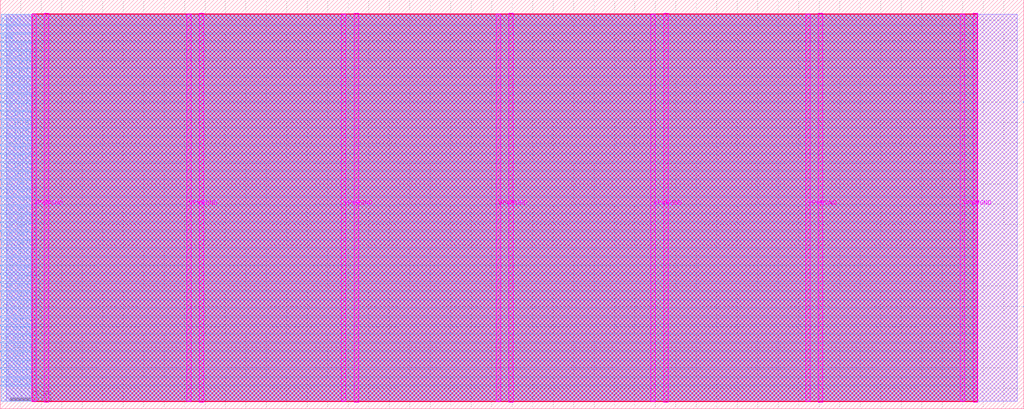
<source format=lef>
VERSION 5.7 ;
  NOWIREEXTENSIONATPIN ON ;
  DIVIDERCHAR "/" ;
  BUSBITCHARS "[]" ;
MACRO heichips25_template
  CLASS BLOCK ;
  FOREIGN heichips25_template ;
  ORIGIN 0.000 0.000 ;
  SIZE 500.000 BY 200.000 ;
  PIN VGND
    DIRECTION INOUT ;
    USE GROUND ;
    PORT
      LAYER TopMetal1 ;
        RECT 21.580 3.150 23.780 193.410 ;
    END
    PORT
      LAYER TopMetal1 ;
        RECT 97.180 3.150 99.380 193.410 ;
    END
    PORT
      LAYER TopMetal1 ;
        RECT 172.780 3.150 174.980 193.410 ;
    END
    PORT
      LAYER TopMetal1 ;
        RECT 248.380 3.150 250.580 193.410 ;
    END
    PORT
      LAYER TopMetal1 ;
        RECT 323.980 3.150 326.180 193.410 ;
    END
    PORT
      LAYER TopMetal1 ;
        RECT 399.580 3.150 401.780 193.410 ;
    END
    PORT
      LAYER TopMetal1 ;
        RECT 475.180 3.150 477.380 193.410 ;
    END
  END VGND
  PIN VPWR
    DIRECTION INOUT ;
    USE POWER ;
    PORT
      LAYER TopMetal1 ;
        RECT 15.380 3.560 17.580 193.000 ;
    END
    PORT
      LAYER TopMetal1 ;
        RECT 90.980 3.560 93.180 193.000 ;
    END
    PORT
      LAYER TopMetal1 ;
        RECT 166.580 3.560 168.780 193.000 ;
    END
    PORT
      LAYER TopMetal1 ;
        RECT 242.180 3.560 244.380 193.000 ;
    END
    PORT
      LAYER TopMetal1 ;
        RECT 317.780 3.560 319.980 193.000 ;
    END
    PORT
      LAYER TopMetal1 ;
        RECT 393.380 3.560 395.580 193.000 ;
    END
    PORT
      LAYER TopMetal1 ;
        RECT 468.980 3.560 471.180 193.000 ;
    END
  END VPWR
  PIN clk
    DIRECTION INPUT ;
    USE SIGNAL ;
    PORT
      LAYER Metal3 ;
        RECT 0.000 183.340 0.400 183.740 ;
    END
  END clk
  PIN ena
    DIRECTION INPUT ;
    USE SIGNAL ;
    PORT
      LAYER Metal3 ;
        RECT 0.000 179.140 0.400 179.540 ;
    END
  END ena
  PIN i_in
    DIRECTION INOUT ;
    USE SIGNAL ;
    PORT
      LAYER Metal3 ;
        RECT 499.600 49.780 500.000 50.180 ;
    END
  END i_in
  PIN i_out
    DIRECTION INOUT ;
    USE SIGNAL ;
    PORT
      LAYER Metal3 ;
        RECT 499.600 149.740 500.000 150.140 ;
    END
  END i_out
  PIN rst_n
    DIRECTION INPUT ;
    USE SIGNAL ;
    PORT
      LAYER Metal3 ;
        RECT 0.000 187.540 0.400 187.940 ;
    END
  END rst_n
  PIN ui_in[0]
    DIRECTION INPUT ;
    USE SIGNAL ;
    PORT
      LAYER Metal3 ;
        RECT 0.000 111.940 0.400 112.340 ;
    END
  END ui_in[0]
  PIN ui_in[1]
    DIRECTION INPUT ;
    USE SIGNAL ;
    PORT
      LAYER Metal3 ;
        RECT 0.000 116.140 0.400 116.540 ;
    END
  END ui_in[1]
  PIN ui_in[2]
    DIRECTION INPUT ;
    USE SIGNAL ;
    PORT
      LAYER Metal3 ;
        RECT 0.000 120.340 0.400 120.740 ;
    END
  END ui_in[2]
  PIN ui_in[3]
    DIRECTION INPUT ;
    USE SIGNAL ;
    PORT
      LAYER Metal3 ;
        RECT 0.000 124.540 0.400 124.940 ;
    END
  END ui_in[3]
  PIN ui_in[4]
    DIRECTION INPUT ;
    USE SIGNAL ;
    PORT
      LAYER Metal3 ;
        RECT 0.000 128.740 0.400 129.140 ;
    END
  END ui_in[4]
  PIN ui_in[5]
    DIRECTION INPUT ;
    USE SIGNAL ;
    PORT
      LAYER Metal3 ;
        RECT 0.000 132.940 0.400 133.340 ;
    END
  END ui_in[5]
  PIN ui_in[6]
    DIRECTION INPUT ;
    USE SIGNAL ;
    PORT
      LAYER Metal3 ;
        RECT 0.000 137.140 0.400 137.540 ;
    END
  END ui_in[6]
  PIN ui_in[7]
    DIRECTION INPUT ;
    USE SIGNAL ;
    PORT
      LAYER Metal3 ;
        RECT 0.000 141.340 0.400 141.740 ;
    END
  END ui_in[7]
  PIN uio_in[0]
    DIRECTION INPUT ;
    USE SIGNAL ;
    PORT
      LAYER Metal3 ;
        RECT 0.000 145.540 0.400 145.940 ;
    END
  END uio_in[0]
  PIN uio_in[1]
    DIRECTION INPUT ;
    USE SIGNAL ;
    PORT
      LAYER Metal3 ;
        RECT 0.000 149.740 0.400 150.140 ;
    END
  END uio_in[1]
  PIN uio_in[2]
    DIRECTION INPUT ;
    USE SIGNAL ;
    PORT
      LAYER Metal3 ;
        RECT 0.000 153.940 0.400 154.340 ;
    END
  END uio_in[2]
  PIN uio_in[3]
    DIRECTION INPUT ;
    USE SIGNAL ;
    PORT
      LAYER Metal3 ;
        RECT 0.000 158.140 0.400 158.540 ;
    END
  END uio_in[3]
  PIN uio_in[4]
    DIRECTION INPUT ;
    USE SIGNAL ;
    PORT
      LAYER Metal3 ;
        RECT 0.000 162.340 0.400 162.740 ;
    END
  END uio_in[4]
  PIN uio_in[5]
    DIRECTION INPUT ;
    USE SIGNAL ;
    PORT
      LAYER Metal3 ;
        RECT 0.000 166.540 0.400 166.940 ;
    END
  END uio_in[5]
  PIN uio_in[6]
    DIRECTION INPUT ;
    USE SIGNAL ;
    PORT
      LAYER Metal3 ;
        RECT 0.000 170.740 0.400 171.140 ;
    END
  END uio_in[6]
  PIN uio_in[7]
    DIRECTION INPUT ;
    USE SIGNAL ;
    PORT
      LAYER Metal3 ;
        RECT 0.000 174.940 0.400 175.340 ;
    END
  END uio_in[7]
  PIN uio_oe[0]
    DIRECTION OUTPUT ;
    USE SIGNAL ;
    ANTENNADIFFAREA 0.299200 ;
    PORT
      LAYER Metal3 ;
        RECT 0.000 78.340 0.400 78.740 ;
    END
  END uio_oe[0]
  PIN uio_oe[1]
    DIRECTION OUTPUT ;
    USE SIGNAL ;
    ANTENNADIFFAREA 0.299200 ;
    PORT
      LAYER Metal3 ;
        RECT 0.000 82.540 0.400 82.940 ;
    END
  END uio_oe[1]
  PIN uio_oe[2]
    DIRECTION OUTPUT ;
    USE SIGNAL ;
    ANTENNADIFFAREA 0.299200 ;
    PORT
      LAYER Metal3 ;
        RECT 0.000 86.740 0.400 87.140 ;
    END
  END uio_oe[2]
  PIN uio_oe[3]
    DIRECTION OUTPUT ;
    USE SIGNAL ;
    ANTENNADIFFAREA 0.299200 ;
    PORT
      LAYER Metal3 ;
        RECT 0.000 90.940 0.400 91.340 ;
    END
  END uio_oe[3]
  PIN uio_oe[4]
    DIRECTION OUTPUT ;
    USE SIGNAL ;
    ANTENNADIFFAREA 0.299200 ;
    PORT
      LAYER Metal3 ;
        RECT 0.000 95.140 0.400 95.540 ;
    END
  END uio_oe[4]
  PIN uio_oe[5]
    DIRECTION OUTPUT ;
    USE SIGNAL ;
    ANTENNADIFFAREA 0.299200 ;
    PORT
      LAYER Metal3 ;
        RECT 0.000 99.340 0.400 99.740 ;
    END
  END uio_oe[5]
  PIN uio_oe[6]
    DIRECTION OUTPUT ;
    USE SIGNAL ;
    ANTENNADIFFAREA 0.299200 ;
    PORT
      LAYER Metal3 ;
        RECT 0.000 103.540 0.400 103.940 ;
    END
  END uio_oe[6]
  PIN uio_oe[7]
    DIRECTION OUTPUT ;
    USE SIGNAL ;
    ANTENNADIFFAREA 0.299200 ;
    PORT
      LAYER Metal3 ;
        RECT 0.000 107.740 0.400 108.140 ;
    END
  END uio_oe[7]
  PIN uio_out[0]
    DIRECTION OUTPUT ;
    USE SIGNAL ;
    ANTENNADIFFAREA 0.299200 ;
    PORT
      LAYER Metal3 ;
        RECT 0.000 44.740 0.400 45.140 ;
    END
  END uio_out[0]
  PIN uio_out[1]
    DIRECTION OUTPUT ;
    USE SIGNAL ;
    ANTENNADIFFAREA 0.299200 ;
    PORT
      LAYER Metal3 ;
        RECT 0.000 48.940 0.400 49.340 ;
    END
  END uio_out[1]
  PIN uio_out[2]
    DIRECTION OUTPUT ;
    USE SIGNAL ;
    ANTENNADIFFAREA 0.299200 ;
    PORT
      LAYER Metal3 ;
        RECT 0.000 53.140 0.400 53.540 ;
    END
  END uio_out[2]
  PIN uio_out[3]
    DIRECTION OUTPUT ;
    USE SIGNAL ;
    ANTENNADIFFAREA 0.299200 ;
    PORT
      LAYER Metal3 ;
        RECT 0.000 57.340 0.400 57.740 ;
    END
  END uio_out[3]
  PIN uio_out[4]
    DIRECTION OUTPUT ;
    USE SIGNAL ;
    ANTENNADIFFAREA 0.299200 ;
    PORT
      LAYER Metal3 ;
        RECT 0.000 61.540 0.400 61.940 ;
    END
  END uio_out[4]
  PIN uio_out[5]
    DIRECTION OUTPUT ;
    USE SIGNAL ;
    ANTENNADIFFAREA 0.299200 ;
    PORT
      LAYER Metal3 ;
        RECT 0.000 65.740 0.400 66.140 ;
    END
  END uio_out[5]
  PIN uio_out[6]
    DIRECTION OUTPUT ;
    USE SIGNAL ;
    ANTENNADIFFAREA 0.299200 ;
    PORT
      LAYER Metal3 ;
        RECT 0.000 69.940 0.400 70.340 ;
    END
  END uio_out[6]
  PIN uio_out[7]
    DIRECTION OUTPUT ;
    USE SIGNAL ;
    ANTENNADIFFAREA 0.299200 ;
    PORT
      LAYER Metal3 ;
        RECT 0.000 74.140 0.400 74.540 ;
    END
  END uio_out[7]
  PIN uo_out[0]
    DIRECTION OUTPUT ;
    USE SIGNAL ;
    ANTENNADIFFAREA 0.299200 ;
    PORT
      LAYER Metal3 ;
        RECT 0.000 11.140 0.400 11.540 ;
    END
  END uo_out[0]
  PIN uo_out[1]
    DIRECTION OUTPUT ;
    USE SIGNAL ;
    ANTENNADIFFAREA 0.299200 ;
    PORT
      LAYER Metal3 ;
        RECT 0.000 15.340 0.400 15.740 ;
    END
  END uo_out[1]
  PIN uo_out[2]
    DIRECTION OUTPUT ;
    USE SIGNAL ;
    ANTENNADIFFAREA 0.299200 ;
    PORT
      LAYER Metal3 ;
        RECT 0.000 19.540 0.400 19.940 ;
    END
  END uo_out[2]
  PIN uo_out[3]
    DIRECTION OUTPUT ;
    USE SIGNAL ;
    ANTENNADIFFAREA 0.299200 ;
    PORT
      LAYER Metal3 ;
        RECT 0.000 23.740 0.400 24.140 ;
    END
  END uo_out[3]
  PIN uo_out[4]
    DIRECTION OUTPUT ;
    USE SIGNAL ;
    ANTENNADIFFAREA 0.299200 ;
    PORT
      LAYER Metal3 ;
        RECT 0.000 27.940 0.400 28.340 ;
    END
  END uo_out[4]
  PIN uo_out[5]
    DIRECTION OUTPUT ;
    USE SIGNAL ;
    ANTENNADIFFAREA 0.299200 ;
    PORT
      LAYER Metal3 ;
        RECT 0.000 32.140 0.400 32.540 ;
    END
  END uo_out[5]
  PIN uo_out[6]
    DIRECTION OUTPUT ;
    USE SIGNAL ;
    ANTENNADIFFAREA 0.299200 ;
    PORT
      LAYER Metal3 ;
        RECT 0.000 36.340 0.400 36.740 ;
    END
  END uo_out[6]
  PIN uo_out[7]
    DIRECTION OUTPUT ;
    USE SIGNAL ;
    ANTENNADIFFAREA 0.299200 ;
    PORT
      LAYER Metal3 ;
        RECT 0.000 40.540 0.400 40.940 ;
    END
  END uo_out[7]
  OBS
      LAYER GatPoly ;
        RECT 2.880 3.630 496.800 192.930 ;
      LAYER Metal1 ;
        RECT 2.880 3.560 496.800 193.000 ;
      LAYER Metal2 ;
        RECT 0.375 3.635 477.200 192.925 ;
      LAYER Metal3 ;
        RECT 0.400 188.150 477.245 192.880 ;
        RECT 0.610 187.330 477.245 188.150 ;
        RECT 0.400 183.950 477.245 187.330 ;
        RECT 0.610 183.130 477.245 183.950 ;
        RECT 0.400 179.750 477.245 183.130 ;
        RECT 0.610 178.930 477.245 179.750 ;
        RECT 0.400 175.550 477.245 178.930 ;
        RECT 0.610 174.730 477.245 175.550 ;
        RECT 0.400 171.350 477.245 174.730 ;
        RECT 0.610 170.530 477.245 171.350 ;
        RECT 0.400 167.150 477.245 170.530 ;
        RECT 0.610 166.330 477.245 167.150 ;
        RECT 0.400 162.950 477.245 166.330 ;
        RECT 0.610 162.130 477.245 162.950 ;
        RECT 0.400 158.750 477.245 162.130 ;
        RECT 0.610 157.930 477.245 158.750 ;
        RECT 0.400 154.550 477.245 157.930 ;
        RECT 0.610 153.730 477.245 154.550 ;
        RECT 0.400 150.350 477.245 153.730 ;
        RECT 0.610 149.530 477.245 150.350 ;
        RECT 0.400 146.150 477.245 149.530 ;
        RECT 0.610 145.330 477.245 146.150 ;
        RECT 0.400 141.950 477.245 145.330 ;
        RECT 0.610 141.130 477.245 141.950 ;
        RECT 0.400 137.750 477.245 141.130 ;
        RECT 0.610 136.930 477.245 137.750 ;
        RECT 0.400 133.550 477.245 136.930 ;
        RECT 0.610 132.730 477.245 133.550 ;
        RECT 0.400 129.350 477.245 132.730 ;
        RECT 0.610 128.530 477.245 129.350 ;
        RECT 0.400 125.150 477.245 128.530 ;
        RECT 0.610 124.330 477.245 125.150 ;
        RECT 0.400 120.950 477.245 124.330 ;
        RECT 0.610 120.130 477.245 120.950 ;
        RECT 0.400 116.750 477.245 120.130 ;
        RECT 0.610 115.930 477.245 116.750 ;
        RECT 0.400 112.550 477.245 115.930 ;
        RECT 0.610 111.730 477.245 112.550 ;
        RECT 0.400 108.350 477.245 111.730 ;
        RECT 0.610 107.530 477.245 108.350 ;
        RECT 0.400 104.150 477.245 107.530 ;
        RECT 0.610 103.330 477.245 104.150 ;
        RECT 0.400 99.950 477.245 103.330 ;
        RECT 0.610 99.130 477.245 99.950 ;
        RECT 0.400 95.750 477.245 99.130 ;
        RECT 0.610 94.930 477.245 95.750 ;
        RECT 0.400 91.550 477.245 94.930 ;
        RECT 0.610 90.730 477.245 91.550 ;
        RECT 0.400 87.350 477.245 90.730 ;
        RECT 0.610 86.530 477.245 87.350 ;
        RECT 0.400 83.150 477.245 86.530 ;
        RECT 0.610 82.330 477.245 83.150 ;
        RECT 0.400 78.950 477.245 82.330 ;
        RECT 0.610 78.130 477.245 78.950 ;
        RECT 0.400 74.750 477.245 78.130 ;
        RECT 0.610 73.930 477.245 74.750 ;
        RECT 0.400 70.550 477.245 73.930 ;
        RECT 0.610 69.730 477.245 70.550 ;
        RECT 0.400 66.350 477.245 69.730 ;
        RECT 0.610 65.530 477.245 66.350 ;
        RECT 0.400 62.150 477.245 65.530 ;
        RECT 0.610 61.330 477.245 62.150 ;
        RECT 0.400 57.950 477.245 61.330 ;
        RECT 0.610 57.130 477.245 57.950 ;
        RECT 0.400 53.750 477.245 57.130 ;
        RECT 0.610 52.930 477.245 53.750 ;
        RECT 0.400 49.550 477.245 52.930 ;
        RECT 0.610 48.730 477.245 49.550 ;
        RECT 0.400 45.350 477.245 48.730 ;
        RECT 0.610 44.530 477.245 45.350 ;
        RECT 0.400 41.150 477.245 44.530 ;
        RECT 0.610 40.330 477.245 41.150 ;
        RECT 0.400 36.950 477.245 40.330 ;
        RECT 0.610 36.130 477.245 36.950 ;
        RECT 0.400 32.750 477.245 36.130 ;
        RECT 0.610 31.930 477.245 32.750 ;
        RECT 0.400 28.550 477.245 31.930 ;
        RECT 0.610 27.730 477.245 28.550 ;
        RECT 0.400 24.350 477.245 27.730 ;
        RECT 0.610 23.530 477.245 24.350 ;
        RECT 0.400 20.150 477.245 23.530 ;
        RECT 0.610 19.330 477.245 20.150 ;
        RECT 0.400 15.950 477.245 19.330 ;
        RECT 0.610 15.130 477.245 15.950 ;
        RECT 0.400 11.750 477.245 15.130 ;
        RECT 0.610 10.930 477.245 11.750 ;
        RECT 0.400 3.680 477.245 10.930 ;
      LAYER Metal4 ;
        RECT 15.560 3.635 477.200 192.925 ;
      LAYER Metal5 ;
        RECT 15.515 3.470 477.245 193.090 ;
  END
END heichips25_template
END LIBRARY


</source>
